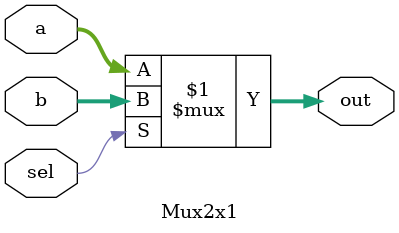
<source format=v>
module Mux2x1(
    input wire [31:0] a,b,
    input wire sel,
    output wire [31:0] out
);
assign out = sel? b : a;

endmodule
</source>
